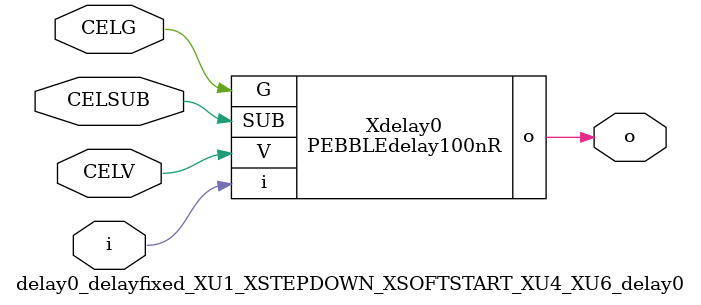
<source format=v>



module PEBBLEdelay100nR ( o, V, G, i, SUB );

  input V;
  input i;
  input G;
  output o;
  input SUB;
endmodule

//Celera Confidential Do Not Copy delay0_delayfixed_XU1_XSTEPDOWN_XSOFTSTART_XU4_XU6_delay0
//TYPE: fixed 100ns
module delay0_delayfixed_XU1_XSTEPDOWN_XSOFTSTART_XU4_XU6_delay0 (i, CELV, o,
CELG,CELSUB);
input CELV;
input i;
output o;
input CELSUB;
input CELG;

//Celera Confidential Do Not Copy delayfast0
PEBBLEdelay100nR Xdelay0(
.V (CELV),
.i (i),
.o (o),
.G (CELG),
.SUB (CELSUB)
);
//,diesize,PEBBLEdelay100nR

//Celera Confidential Do Not Copy Module End
//Celera Schematic Generator
endmodule

</source>
